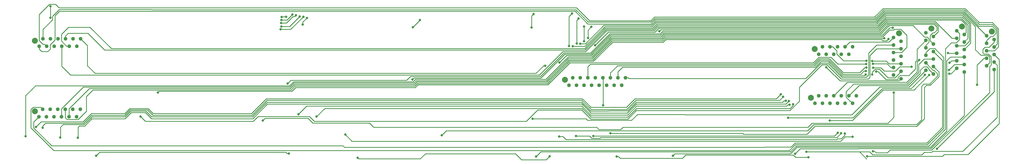
<source format=gbr>
G04 #@! TF.GenerationSoftware,KiCad,Pcbnew,5.0.2-bee76a0~70~ubuntu16.04.1*
G04 #@! TF.CreationDate,2019-11-05T16:02:31-05:00*
G04 #@! TF.ProjectId,DA_Board_1,44415f42-6f61-4726-945f-312e6b696361,rev?*
G04 #@! TF.SameCoordinates,Original*
G04 #@! TF.FileFunction,Copper,L2,Bot*
G04 #@! TF.FilePolarity,Positive*
%FSLAX46Y46*%
G04 Gerber Fmt 4.6, Leading zero omitted, Abs format (unit mm)*
G04 Created by KiCad (PCBNEW 5.0.2-bee76a0~70~ubuntu16.04.1) date Tue 05 Nov 2019 04:02:31 PM EST*
%MOMM*%
%LPD*%
G01*
G04 APERTURE LIST*
G04 #@! TA.AperFunction,ComponentPad*
%ADD10C,1.300000*%
G04 #@! TD*
G04 #@! TA.AperFunction,ComponentPad*
%ADD11C,2.000000*%
G04 #@! TD*
G04 #@! TA.AperFunction,ViaPad*
%ADD12C,0.800000*%
G04 #@! TD*
G04 #@! TA.AperFunction,Conductor*
%ADD13C,0.250000*%
G04 #@! TD*
G04 #@! TA.AperFunction,Conductor*
%ADD14C,0.254000*%
G04 #@! TD*
G04 APERTURE END LIST*
D10*
G04 #@! TO.P,J9,5*
G04 #@! TO.N,/C3_T3*
X339255100Y-143814800D03*
G04 #@! TO.P,J9,3*
G04 #@! TO.N,/Q1*
X339255100Y-141274800D03*
G04 #@! TO.P,J9,1*
G04 #@! TO.N,/C1*
X339255100Y-138734800D03*
G04 #@! TO.P,J9,7*
G04 #@! TO.N,/C3_T1*
X339255100Y-146354800D03*
G04 #@! TO.P,J9,2*
G04 #@! TO.N,/PWR1*
X341795100Y-140004800D03*
G04 #@! TO.P,J9,4*
G04 #@! TO.N,/PWR2*
X341795100Y-142544800D03*
G04 #@! TO.P,J9,6*
G04 #@! TO.N,/C3_T2*
X341795100Y-145084800D03*
G04 #@! TO.P,J9,8*
G04 #@! TO.N,/C3*
X341795100Y-147624800D03*
G04 #@! TO.P,J9,9*
G04 #@! TO.N,/PWR3*
X339255100Y-148894800D03*
G04 #@! TO.P,J9,10*
G04 #@! TO.N,/Q3*
X341795100Y-150164800D03*
G04 #@! TO.P,J9,11*
G04 #@! TO.N,/PWR4*
X339255100Y-151434800D03*
G04 #@! TO.P,J9,12*
G04 #@! TO.N,/C5*
X341795100Y-152704800D03*
D11*
G04 #@! TO.P,J9,13*
G04 #@! TO.N,N/C*
X341055100Y-137334800D03*
G04 #@! TD*
D10*
G04 #@! TO.P,J3,5*
G04 #@! TO.N,/C13*
X317830200Y-161010600D03*
G04 #@! TO.P,J3,3*
G04 #@! TO.N,/C13_T2*
X315290200Y-161010600D03*
G04 #@! TO.P,J3,1*
G04 #@! TO.N,/C15*
X312750200Y-161010600D03*
G04 #@! TO.P,J3,7*
G04 #@! TO.N,/C9_T3*
X320370200Y-161010600D03*
G04 #@! TO.P,J3,2*
G04 #@! TO.N,/C13_T3*
X314020200Y-158470600D03*
G04 #@! TO.P,J3,4*
G04 #@! TO.N,/C13_T1*
X316560200Y-158470600D03*
G04 #@! TO.P,J3,6*
G04 #@! TO.N,/C11*
X319100200Y-158470600D03*
G04 #@! TO.P,J3,8*
G04 #@! TO.N,/C9_T2*
X321640200Y-158470600D03*
G04 #@! TO.P,J3,9*
G04 #@! TO.N,/C9_T1*
X322910200Y-161010600D03*
G04 #@! TO.P,J3,10*
G04 #@! TO.N,/C9*
X324180200Y-158470600D03*
G04 #@! TO.P,J3,11*
G04 #@! TO.N,/C7*
X325450200Y-161010600D03*
G04 #@! TO.P,J3,12*
G04 #@! TO.N,/C5_T3*
X326720200Y-158470600D03*
D11*
G04 #@! TO.P,J3,13*
G04 #@! TO.N,N/C*
X311350200Y-159210600D03*
G04 #@! TD*
D10*
G04 #@! TO.P,J5,5*
G04 #@! TO.N,/Q12*
X234873800Y-154914600D03*
G04 #@! TO.P,J5,3*
G04 #@! TO.N,/Q14*
X232333800Y-154914600D03*
G04 #@! TO.P,J5,1*
G04 #@! TO.N,/Q16*
X229793800Y-154914600D03*
G04 #@! TO.P,J5,7*
G04 #@! TO.N,/Q10*
X237413800Y-154914600D03*
G04 #@! TO.P,J5,2*
G04 #@! TO.N,/Q15*
X231063800Y-152374600D03*
G04 #@! TO.P,J5,4*
G04 #@! TO.N,/Q13*
X233603800Y-152374600D03*
G04 #@! TO.P,J5,6*
G04 #@! TO.N,/Q11*
X236143800Y-152374600D03*
G04 #@! TO.P,J5,8*
G04 #@! TO.N,/Q9*
X238683800Y-152374600D03*
G04 #@! TO.P,J5,9*
G04 #@! TO.N,/Q8*
X239953800Y-154914600D03*
G04 #@! TO.P,J5,10*
G04 #@! TO.N,/Q7*
X241223800Y-152374600D03*
G04 #@! TO.P,J5,11*
G04 #@! TO.N,/Q6*
X242493800Y-154914600D03*
G04 #@! TO.P,J5,12*
G04 #@! TO.N,/Q5*
X243763800Y-152374600D03*
G04 #@! TO.P,J5,13*
G04 #@! TO.N,/Q4*
X245033800Y-154914600D03*
G04 #@! TO.P,J5,14*
G04 #@! TO.N,/Q3*
X246303800Y-152374600D03*
G04 #@! TO.P,J5,15*
G04 #@! TO.N,/Q2*
X247573800Y-154914600D03*
G04 #@! TO.P,J5,16*
G04 #@! TO.N,/Q1*
X248843800Y-152374600D03*
D11*
G04 #@! TO.P,J5,17*
G04 #@! TO.N,N/C*
X228393800Y-153114600D03*
G04 #@! TD*
D10*
G04 #@! TO.P,J4,5*
G04 #@! TO.N,/V+1*
X56083200Y-141706600D03*
G04 #@! TO.P,J4,3*
G04 #@! TO.N,/C15_T1*
X53543200Y-141706600D03*
G04 #@! TO.P,J4,1*
G04 #@! TO.N,/C15_T3*
X51003200Y-141706600D03*
G04 #@! TO.P,J4,7*
G04 #@! TO.N,/C11_T3*
X58623200Y-141706600D03*
G04 #@! TO.P,J4,2*
G04 #@! TO.N,/C15_T2*
X52273200Y-139166600D03*
G04 #@! TO.P,J4,4*
G04 #@! TO.N,/C16*
X54813200Y-139166600D03*
G04 #@! TO.P,J4,6*
G04 #@! TO.N,/C14*
X57353200Y-139166600D03*
G04 #@! TO.P,J4,8*
G04 #@! TO.N,/C11_T2*
X59893200Y-139166600D03*
G04 #@! TO.P,J4,9*
G04 #@! TO.N,/C11_T1*
X61163200Y-141706600D03*
G04 #@! TO.P,J4,10*
G04 #@! TO.N,/C12*
X62433200Y-139166600D03*
G04 #@! TO.P,J4,11*
G04 #@! TO.N,/C10*
X63703200Y-141706600D03*
G04 #@! TO.P,J4,12*
G04 #@! TO.N,/C7_T3*
X64973200Y-139166600D03*
D11*
G04 #@! TO.P,J4,13*
G04 #@! TO.N,N/C*
X49603200Y-139906600D03*
G04 #@! TD*
D10*
G04 #@! TO.P,J1,5*
G04 #@! TO.N,/C1_T3*
X319100200Y-144475200D03*
G04 #@! TO.P,J1,3*
G04 #@! TO.N,/C5*
X316560200Y-144475200D03*
G04 #@! TO.P,J1,1*
G04 #@! TO.N,/C5_T2*
X314020200Y-144475200D03*
G04 #@! TO.P,J1,7*
G04 #@! TO.N,/C1_T1*
X321640200Y-144475200D03*
G04 #@! TO.P,J1,2*
G04 #@! TO.N,/C5_T1*
X315290200Y-141935200D03*
G04 #@! TO.P,J1,4*
G04 #@! TO.N,/C3*
X317830200Y-141935200D03*
G04 #@! TO.P,J1,6*
G04 #@! TO.N,/C1_T2*
X320370200Y-141935200D03*
G04 #@! TO.P,J1,8*
G04 #@! TO.N,/C1*
X322910200Y-141935200D03*
G04 #@! TO.P,J1,9*
G04 #@! TO.N,/C0*
X324180200Y-144475200D03*
G04 #@! TO.P,J1,10*
G04 #@! TO.N,/V-2*
X325450200Y-141935200D03*
D11*
G04 #@! TO.P,J1,11*
G04 #@! TO.N,N/C*
X312620200Y-142675200D03*
G04 #@! TD*
D10*
G04 #@! TO.P,J2,5*
G04 #@! TO.N,/V+2*
X56057800Y-165582600D03*
G04 #@! TO.P,J2,3*
G04 #@! TO.N,/C8*
X53517800Y-165582600D03*
G04 #@! TO.P,J2,1*
G04 #@! TO.N,/C7_T2*
X50977800Y-165582600D03*
G04 #@! TO.P,J2,7*
G04 #@! TO.N,/C3_T3*
X58597800Y-165582600D03*
G04 #@! TO.P,J2,2*
G04 #@! TO.N,/C7_T1*
X52247800Y-163042600D03*
G04 #@! TO.P,J2,4*
G04 #@! TO.N,/V-1*
X54787800Y-163042600D03*
G04 #@! TO.P,J2,6*
G04 #@! TO.N,/C6*
X57327800Y-163042600D03*
G04 #@! TO.P,J2,8*
G04 #@! TO.N,/C3_T2*
X59867800Y-163042600D03*
G04 #@! TO.P,J2,9*
G04 #@! TO.N,/C3_T1*
X61137800Y-165582600D03*
G04 #@! TO.P,J2,10*
G04 #@! TO.N,/C4*
X62407800Y-163042600D03*
G04 #@! TO.P,J2,11*
G04 #@! TO.N,/C2*
X63677800Y-165582600D03*
G04 #@! TO.P,J2,12*
G04 #@! TO.N,/GND1*
X64947800Y-163042600D03*
D11*
G04 #@! TO.P,J2,13*
G04 #@! TO.N,N/C*
X49577800Y-163782600D03*
G04 #@! TD*
D10*
G04 #@! TO.P,J6,5*
G04 #@! TO.N,/C15_T1*
X370624100Y-143256000D03*
G04 #@! TO.P,J6,3*
G04 #@! TO.N,/C15_T3*
X370624100Y-140716000D03*
G04 #@! TO.P,J6,1*
G04 #@! TO.N,/Q13*
X370624100Y-138176000D03*
G04 #@! TO.P,J6,7*
G04 #@! TO.N,/PWR16*
X370624100Y-145796000D03*
G04 #@! TO.P,J6,2*
G04 #@! TO.N,/PWR14*
X373164100Y-139446000D03*
G04 #@! TO.P,J6,4*
G04 #@! TO.N,/C15_T2*
X373164100Y-141986000D03*
G04 #@! TO.P,J6,6*
G04 #@! TO.N,/GND1*
X373164100Y-144526000D03*
G04 #@! TO.P,J6,8*
G04 #@! TO.N,/C15*
X373164100Y-147066000D03*
G04 #@! TO.P,J6,9*
G04 #@! TO.N,/Q15*
X370624100Y-148336000D03*
G04 #@! TO.P,J6,10*
G04 #@! TO.N,/PWR15*
X373164100Y-149606000D03*
D11*
G04 #@! TO.P,J6,11*
G04 #@! TO.N,N/C*
X372424100Y-136776000D03*
G04 #@! TD*
G04 #@! TO.P,J7,13*
G04 #@! TO.N,N/C*
X351989800Y-135760000D03*
D10*
G04 #@! TO.P,J7,12*
G04 #@! TO.N,/C9*
X352729800Y-151130000D03*
G04 #@! TO.P,J7,11*
G04 #@! TO.N,/PWR8*
X350189800Y-149860000D03*
G04 #@! TO.P,J7,10*
G04 #@! TO.N,/Q7*
X352729800Y-148590000D03*
G04 #@! TO.P,J7,9*
G04 #@! TO.N,/PWR7*
X350189800Y-147320000D03*
G04 #@! TO.P,J7,8*
G04 #@! TO.N,/C7*
X352729800Y-146050000D03*
G04 #@! TO.P,J7,6*
G04 #@! TO.N,/C7_T2*
X352729800Y-143510000D03*
G04 #@! TO.P,J7,4*
G04 #@! TO.N,/PWR6*
X352729800Y-140970000D03*
G04 #@! TO.P,J7,2*
G04 #@! TO.N,/PWR5*
X352729800Y-138430000D03*
G04 #@! TO.P,J7,7*
G04 #@! TO.N,/C7_T1*
X350189800Y-144780000D03*
G04 #@! TO.P,J7,1*
G04 #@! TO.N,Net-(J7-Pad1)*
X350189800Y-137160000D03*
G04 #@! TO.P,J7,3*
G04 #@! TO.N,/Q5*
X350189800Y-139700000D03*
G04 #@! TO.P,J7,5*
G04 #@! TO.N,/C7_T3*
X350189800Y-142240000D03*
G04 #@! TD*
G04 #@! TO.P,J8,5*
G04 #@! TO.N,/C11_T2*
X360553000Y-141528800D03*
G04 #@! TO.P,J8,3*
G04 #@! TO.N,/PWR10*
X360553000Y-138988800D03*
G04 #@! TO.P,J8,1*
G04 #@! TO.N,/PWR9*
X360553000Y-136448800D03*
G04 #@! TO.P,J8,7*
G04 #@! TO.N,/C11*
X360553000Y-144068800D03*
G04 #@! TO.P,J8,2*
G04 #@! TO.N,/Q9*
X363093000Y-137718800D03*
G04 #@! TO.P,J8,4*
G04 #@! TO.N,/C11_T3*
X363093000Y-140258800D03*
G04 #@! TO.P,J8,6*
G04 #@! TO.N,/C11_T1*
X363093000Y-142798800D03*
G04 #@! TO.P,J8,8*
G04 #@! TO.N,/PWR11*
X363093000Y-145338800D03*
G04 #@! TO.P,J8,9*
G04 #@! TO.N,/Q11*
X360553000Y-146608800D03*
G04 #@! TO.P,J8,10*
G04 #@! TO.N,/PWR12*
X363093000Y-147878800D03*
G04 #@! TO.P,J8,11*
G04 #@! TO.N,/C13*
X360553000Y-149148800D03*
G04 #@! TO.P,J8,12*
G04 #@! TO.N,/PWR13*
X363093000Y-150418800D03*
D11*
G04 #@! TO.P,J8,13*
G04 #@! TO.N,N/C*
X362353000Y-135048800D03*
G04 #@! TD*
D12*
G04 #@! TO.N,/C5_T3*
X325398053Y-172353047D03*
X154292300Y-171653200D03*
G04 #@! TO.N,/C9_T1*
X322783200Y-171323000D03*
X226428300Y-172300900D03*
G04 #@! TO.N,/C9_T2*
X232092500Y-172097700D03*
X321576700Y-171196000D03*
G04 #@! TO.N,/C9_T3*
X320395600Y-171069000D03*
X237959900Y-172148500D03*
G04 #@! TO.N,/C1_T2*
X302869600Y-160185100D03*
X58178700Y-172605700D03*
G04 #@! TO.N,/C5_T1*
X304177700Y-161505900D03*
X138455400Y-164769800D03*
G04 #@! TO.N,/C1_T1*
X302006000Y-158877000D03*
X52209700Y-169316400D03*
G04 #@! TO.N,/C5_T2*
X144614900Y-165557200D03*
X305396900Y-161353500D03*
G04 #@! TO.N,/C1_T3*
X303961800Y-160248600D03*
X64033400Y-172707300D03*
G04 #@! TO.N,/C7_T3*
X226529900Y-147269200D03*
X221742000Y-148310600D03*
G04 #@! TO.N,/C3_T1*
X336118200Y-139039600D03*
G04 #@! TO.N,/C3_T2*
X337502500Y-139255500D03*
G04 #@! TO.N,/C0*
X301231300Y-158026100D03*
X49885600Y-169049700D03*
G04 #@! TO.N,/C3*
X332033748Y-146691231D03*
X330060300Y-146659600D03*
G04 #@! TO.N,/C5*
X316572900Y-148869400D03*
G04 #@! TO.N,/C10*
X138912600Y-131622800D03*
X132702300Y-135013700D03*
G04 #@! TO.N,/C11*
X357568500Y-144043400D03*
X347904901Y-146354800D03*
G04 #@! TO.N,/C12*
X137617200Y-131270048D03*
X132638800Y-133845300D03*
G04 #@! TO.N,/C13*
X358038400Y-151053800D03*
X351218500Y-151434800D03*
X317690500Y-166839900D03*
G04 #@! TO.N,/C14*
X136440753Y-130945047D03*
X132740400Y-132829300D03*
G04 #@! TO.N,/C15*
X309880000Y-177482500D03*
G04 #@! TO.N,/C16*
X54813200Y-132054600D03*
X54825900Y-128219200D03*
G04 #@! TO.N,/V+1*
X132791200Y-131826000D03*
X134378700Y-131775200D03*
G04 #@! TO.N,/V-2*
X217106500Y-135407400D03*
X217805000Y-130797300D03*
G04 #@! TO.N,/Q12*
X234873800Y-140055600D03*
X234861100Y-135013700D03*
G04 #@! TO.N,/Q14*
X232346500Y-140817600D03*
X232956100Y-132359400D03*
G04 #@! TO.N,/Q16*
X229793800Y-141668500D03*
X230809800Y-130683000D03*
G04 #@! TO.N,/Q10*
X236232700Y-138925300D03*
X237318601Y-135088800D03*
G04 #@! TO.N,/Q15*
X231063800Y-141744700D03*
G04 #@! TO.N,/Q13*
X233603800Y-140893800D03*
G04 #@! TO.N,/Q11*
X358114600Y-147332700D03*
X345363800Y-148717000D03*
X330060300Y-148894800D03*
X332333600Y-148996400D03*
G04 #@! TO.N,/Q9*
X238544100Y-141389100D03*
G04 #@! TO.N,/Q7*
X243713000Y-171183300D03*
X241261900Y-161683700D03*
G04 #@! TO.N,/Q6*
X177076100Y-135331200D03*
X179476400Y-132866300D03*
G04 #@! TO.N,/Q5*
X329958700Y-150152100D03*
X333387700Y-150253700D03*
G04 #@! TO.N,/Q4*
X139966700Y-134353300D03*
X141371245Y-132131900D03*
G04 #@! TO.N,/Q3*
X329871497Y-151309497D03*
X332066900Y-151269700D03*
G04 #@! TO.N,/Q2*
X132448300Y-136017000D03*
X140144500Y-131723300D03*
G04 #@! TO.N,/GND1*
X330377800Y-179019200D03*
X245884700Y-179095400D03*
X310553100Y-179324000D03*
X70243700Y-178790600D03*
X135280400Y-178092100D03*
X158445200Y-179463700D03*
X223266000Y-178955700D03*
G04 #@! TO.N,/PWR1*
X46443900Y-172186600D03*
X338963000Y-135483600D03*
G04 #@! TO.N,/PWR3*
X330022200Y-147713700D03*
X332270100Y-147662900D03*
X91033600Y-157391100D03*
G04 #@! TO.N,/PWR5*
X134811600Y-154368500D03*
G04 #@! TO.N,/PWR7*
X186817000Y-171907200D03*
G04 #@! TO.N,/PWR9*
X218655900Y-179108100D03*
G04 #@! TO.N,/PWR11*
X264820400Y-178816000D03*
G04 #@! TO.N,/PWR13*
X306070000Y-178130200D03*
G04 #@! TO.N,/PWR15*
X353860100Y-176441100D03*
G04 #@! TO.N,/PWR14*
X332270100Y-177317400D03*
G04 #@! TO.N,/PWR16*
X367411000Y-154774900D03*
G04 #@! TO.N,/PWR8*
X217462100Y-166319200D03*
G04 #@! TO.N,/PWR10*
X260235700Y-136652000D03*
G04 #@! TO.N,/PWR12*
X303631600Y-165963600D03*
X357937900Y-149758400D03*
X349821500Y-151396700D03*
G04 #@! TO.N,/PWR6*
X176938097Y-152973197D03*
G04 #@! TO.N,/PWR4*
X126492000Y-166852600D03*
X339305900Y-157391100D03*
G04 #@! TO.N,/PWR2*
X85217000Y-165519100D03*
G04 #@! TD*
D13*
G04 #@! TO.N,/C5_T3*
X322955248Y-172353047D02*
X321407195Y-173901100D01*
X325398053Y-172353047D02*
X322955248Y-172353047D01*
X156540200Y-173901100D02*
X154292300Y-171653200D01*
X321407195Y-173901100D02*
X156540200Y-173901100D01*
G04 #@! TO.N,/C9_T1*
X322783200Y-171888685D02*
X322783200Y-171323000D01*
X321590775Y-173081110D02*
X322783200Y-171888685D01*
X320328000Y-173081110D02*
X321590775Y-173081110D01*
X226428300Y-172300900D02*
X227717089Y-172300900D01*
X227717089Y-172300900D02*
X228739700Y-173323511D01*
X228739700Y-173323511D02*
X320085599Y-173323511D01*
X320085599Y-173323511D02*
X320328000Y-173081110D01*
G04 #@! TO.N,/C9_T2*
X232092500Y-172097700D02*
X236664500Y-172097700D01*
X237440301Y-172873501D02*
X240193999Y-172873501D01*
X236664500Y-172097700D02*
X237440301Y-172873501D01*
X240193999Y-172873501D02*
X240436400Y-172631100D01*
X320141600Y-172631100D02*
X321576700Y-171196000D01*
X240436400Y-172631100D02*
X320141600Y-172631100D01*
G04 #@! TO.N,/C9_T3*
X319316100Y-172148500D02*
X237959900Y-172148500D01*
X320395600Y-171069000D02*
X319316100Y-172148500D01*
G04 #@! TO.N,/C1_T2*
X302303915Y-160185100D02*
X302869600Y-160185100D01*
X301821315Y-160667700D02*
X302303915Y-160185100D01*
X252463300Y-160667700D02*
X301821315Y-160667700D01*
X127927100Y-160667700D02*
X234113210Y-160667700D01*
X122961400Y-165633400D02*
X127927100Y-160667700D01*
X80000120Y-165633400D02*
X81957600Y-163675920D01*
X66205100Y-168275000D02*
X67005200Y-167474900D01*
X59080400Y-168275000D02*
X66205100Y-168275000D01*
X87018720Y-163675920D02*
X88976200Y-165633400D01*
X88976200Y-165633400D02*
X122961400Y-165633400D01*
X67005200Y-167474900D02*
X67016490Y-167474900D01*
X67016490Y-167474900D02*
X68857990Y-165633400D01*
X68857990Y-165633400D02*
X80000120Y-165633400D01*
X58191400Y-169164000D02*
X59080400Y-168275000D01*
X81957600Y-163675920D02*
X87018720Y-163675920D01*
X243141500Y-163601400D02*
X249529600Y-163601400D01*
X243117510Y-163625390D02*
X243141500Y-163601400D01*
X237070900Y-163625390D02*
X243117510Y-163625390D01*
X234113210Y-160667700D02*
X237070900Y-163625390D01*
X249529600Y-163601400D02*
X252463300Y-160667700D01*
X58191400Y-172593000D02*
X58178700Y-172605700D01*
X58191400Y-169164000D02*
X58191400Y-172593000D01*
G04 #@! TO.N,/C5_T1*
X303142115Y-161975800D02*
X303612015Y-161505900D01*
X252564900Y-161975800D02*
X303142115Y-161975800D01*
X237070900Y-164984290D02*
X249556410Y-164984290D01*
X303612015Y-161505900D02*
X304177700Y-161505900D01*
X249556410Y-164984290D02*
X252564900Y-161975800D01*
X234062410Y-161975800D02*
X237070900Y-164984290D01*
X141249400Y-161975800D02*
X234062410Y-161975800D01*
X138455400Y-164769800D02*
X141249400Y-161975800D01*
G04 #@! TO.N,/C1_T1*
X127876300Y-159994600D02*
X234099100Y-159994600D01*
X53180715Y-167779700D02*
X66052700Y-167779700D01*
X52209700Y-168750715D02*
X53180715Y-167779700D01*
X52209700Y-169316400D02*
X52209700Y-168750715D01*
X68757800Y-165074600D02*
X79922510Y-165074600D01*
X79922510Y-165074600D02*
X81771200Y-163225910D01*
X81771200Y-163225910D02*
X87495810Y-163225910D01*
X87495810Y-163225910D02*
X89344500Y-165074600D01*
X89344500Y-165074600D02*
X122796300Y-165074600D01*
X66052700Y-167779700D02*
X68757800Y-165074600D01*
X122796300Y-165074600D02*
X127876300Y-159994600D01*
X236778800Y-162674300D02*
X237020100Y-162915600D01*
X234099100Y-159994600D02*
X236778800Y-162674300D01*
X300888400Y-159994600D02*
X302006000Y-158877000D01*
X252387100Y-159994600D02*
X300888400Y-159994600D01*
X236778800Y-162674300D02*
X237223300Y-163118800D01*
X249237500Y-163144200D02*
X252387100Y-159994600D01*
X241896900Y-163144200D02*
X249237500Y-163144200D01*
X237223300Y-163118800D02*
X241871500Y-163118800D01*
X241871500Y-163118800D02*
X241896900Y-163144200D01*
G04 #@! TO.N,/C5_T2*
X305396900Y-161759900D02*
X305396900Y-161353500D01*
X304330100Y-162826700D02*
X305396900Y-161759900D01*
X252526800Y-162826700D02*
X304330100Y-162826700D01*
X237172500Y-165722300D02*
X249631200Y-165722300D01*
X147345400Y-162826700D02*
X234276900Y-162826700D01*
X249631200Y-165722300D02*
X252526800Y-162826700D01*
X234276900Y-162826700D02*
X237172500Y-165722300D01*
X144614900Y-165557200D02*
X147345400Y-162826700D01*
G04 #@! TO.N,/C1_T3*
X249428000Y-164350700D02*
X252450600Y-161328100D01*
X234137200Y-161328100D02*
X237159800Y-164350700D01*
X64173100Y-169125900D02*
X64573099Y-168725901D01*
X302882300Y-161328100D02*
X303961800Y-160248600D01*
X252450600Y-161328100D02*
X302882300Y-161328100D01*
X237159800Y-164350700D02*
X249428000Y-164350700D01*
X82097030Y-164172900D02*
X86879290Y-164172900D01*
X64573099Y-168725901D02*
X66401899Y-168725901D01*
X68845599Y-166282201D02*
X79987729Y-166282201D01*
X66401899Y-168725901D02*
X68845599Y-166282201D01*
X79987729Y-166282201D02*
X82097030Y-164172900D01*
X88988591Y-166282201D02*
X123049199Y-166282201D01*
X123049199Y-166282201D02*
X128003300Y-161328100D01*
X86879290Y-164172900D02*
X88988591Y-166282201D01*
X128003300Y-161328100D02*
X234137200Y-161328100D01*
X64173100Y-172567600D02*
X64033400Y-172707300D01*
X64173100Y-169125900D02*
X64173100Y-172567600D01*
G04 #@! TO.N,/C15_T2*
X374199110Y-135953598D02*
X372636912Y-134391400D01*
X373164100Y-141986000D02*
X374180100Y-140970000D01*
X374180100Y-140970000D02*
X374199111Y-140950989D01*
X374199111Y-140950989D02*
X374199110Y-135953598D01*
X372636912Y-134391400D02*
X368147600Y-134391400D01*
X368147600Y-134391400D02*
X363181900Y-129425700D01*
X363181900Y-129425700D02*
X336702400Y-129425700D01*
X335900890Y-129425700D02*
X333005290Y-132321300D01*
X336702400Y-129425700D02*
X335900890Y-129425700D01*
X333005290Y-132321300D02*
X258745570Y-132321300D01*
X258745570Y-132321300D02*
X257539070Y-133527800D01*
X257539070Y-133527800D02*
X244932200Y-133527800D01*
X244932200Y-133527800D02*
X244767100Y-133527800D01*
X55538201Y-132764699D02*
X52273200Y-136029700D01*
X55538201Y-131585088D02*
X55538201Y-132764699D01*
X57799189Y-129324100D02*
X55538201Y-131585088D01*
X232067100Y-129349500D02*
X88988900Y-129349500D01*
X88988900Y-129349500D02*
X88963500Y-129324100D01*
X236245400Y-133527800D02*
X232067100Y-129349500D01*
X244932200Y-133527800D02*
X236245400Y-133527800D01*
X88963500Y-129324100D02*
X57799189Y-129324100D01*
X52273200Y-136029700D02*
X52273200Y-139166600D01*
G04 #@! TO.N,/C11_T3*
X364324900Y-134423288D02*
X362286412Y-132384800D01*
X364324900Y-139026900D02*
X364324900Y-134423288D01*
X363093000Y-140258800D02*
X364324900Y-139026900D01*
X336816700Y-132384800D02*
X334022700Y-135178800D01*
X334022700Y-135178800D02*
X259842000Y-135178800D01*
X362286412Y-132384800D02*
X336816700Y-132384800D01*
X259842000Y-135178800D02*
X258495800Y-136525000D01*
X243179600Y-136525000D02*
X242341400Y-136525000D01*
X258495800Y-136525000D02*
X243179600Y-136525000D01*
X242341400Y-136525000D02*
X235369100Y-143497300D01*
X235369100Y-143497300D02*
X227914200Y-143497300D01*
X227914200Y-143497300D02*
X227901500Y-143497300D01*
X227914200Y-143497300D02*
X227749100Y-143497300D01*
X227749100Y-143497300D02*
X219773500Y-151472900D01*
X219773500Y-151472900D02*
X61620400Y-151472900D01*
X58623200Y-148475700D02*
X58623200Y-141706600D01*
X61620400Y-151472900D02*
X58623200Y-148475700D01*
G04 #@! TO.N,/C15_T3*
X51003200Y-142625838D02*
X51003200Y-141706600D01*
X51900062Y-143522700D02*
X51003200Y-142625838D01*
X53924200Y-143522700D02*
X51900062Y-143522700D01*
X54724300Y-142722600D02*
X53924200Y-143522700D01*
X370624100Y-139796762D02*
X371960664Y-138460198D01*
X54724300Y-141236700D02*
X54724300Y-142722600D01*
X372706900Y-138460198D02*
X373735600Y-137431498D01*
X372546602Y-134937500D02*
X368021160Y-134937500D01*
X368021160Y-134937500D02*
X363011850Y-129928190D01*
X333184500Y-132778500D02*
X258924780Y-132778500D01*
X373735600Y-137425502D02*
X373749101Y-137412001D01*
X230536898Y-129882900D02*
X230524198Y-129870200D01*
X373749101Y-136139999D02*
X372546602Y-134937500D01*
X363011850Y-129928190D02*
X336034810Y-129928190D01*
X370624100Y-140716000D02*
X370624100Y-139796762D01*
X371960664Y-138460198D02*
X372706900Y-138460198D01*
X336034810Y-129928190D02*
X333184500Y-132778500D01*
X373735600Y-137431498D02*
X373735600Y-137425502D01*
X258924780Y-132778500D02*
X257540480Y-134162800D01*
X231851200Y-129882900D02*
X230536898Y-129882900D01*
X230524198Y-129870200D02*
X57889499Y-129870200D01*
X236131100Y-134162800D02*
X231851200Y-129882900D01*
X56378199Y-131381500D02*
X56378199Y-139582801D01*
X57889499Y-129870200D02*
X56378199Y-131381500D01*
X373749101Y-137412001D02*
X373749101Y-136139999D01*
X257540480Y-134162800D02*
X236131100Y-134162800D01*
X56378199Y-139582801D02*
X54724300Y-141236700D01*
G04 #@! TO.N,/C15_T1*
X52893201Y-141056601D02*
X52258201Y-141056601D01*
X53543200Y-141706600D02*
X52893201Y-141056601D01*
X50990500Y-139788900D02*
X50990500Y-138506200D01*
X52258201Y-141056601D02*
X50990500Y-139788900D01*
X50990500Y-138506200D02*
X50990500Y-138582400D01*
X374649119Y-141943983D02*
X373337102Y-143256000D01*
X372587522Y-133705600D02*
X374649119Y-135767197D01*
X368147600Y-133705600D02*
X372587522Y-133705600D01*
X363702600Y-129260600D02*
X368147600Y-133705600D01*
X363653210Y-129260600D02*
X363702600Y-129260600D01*
X374649119Y-135767197D02*
X374649119Y-141943983D01*
X363348410Y-128955800D02*
X363653210Y-129260600D01*
X335734380Y-128955800D02*
X363348410Y-128955800D01*
X50990500Y-138506200D02*
X50990500Y-130981598D01*
X232321100Y-128663700D02*
X236715300Y-133057900D01*
X50990500Y-130981598D02*
X54477899Y-127494199D01*
X236715300Y-133057900D02*
X257372560Y-133057900D01*
X54477899Y-127494199D02*
X56513899Y-127494199D01*
X257372560Y-133057900D02*
X258579060Y-131851400D01*
X56513899Y-127494199D02*
X57683400Y-128663700D01*
X258579060Y-131851400D02*
X332838780Y-131851400D01*
X373337102Y-143256000D02*
X370624100Y-143256000D01*
X332838780Y-131851400D02*
X335734380Y-128955800D01*
X57683400Y-128663700D02*
X232321100Y-128663700D01*
G04 #@! TO.N,/C11_T2*
X360362500Y-141782800D02*
X360565700Y-141579600D01*
X59893200Y-138247362D02*
X59893200Y-139166600D01*
X73113900Y-143014700D02*
X67470262Y-137371062D01*
X235215290Y-143014700D02*
X73113900Y-143014700D01*
X60769500Y-137371062D02*
X59893200Y-138247362D01*
X364774909Y-134236887D02*
X362427522Y-131889500D01*
X67470262Y-137371062D02*
X60769500Y-137371062D01*
X364774910Y-140019892D02*
X364774909Y-134236887D01*
X363266002Y-141528800D02*
X364774910Y-140019892D01*
X336675590Y-131889500D02*
X333868890Y-134696200D01*
X360553000Y-141528800D02*
X363266002Y-141528800D01*
X333868890Y-134696200D02*
X259651500Y-134696200D01*
X362427522Y-131889500D02*
X336675590Y-131889500D01*
X259651500Y-134696200D02*
X258279900Y-136067800D01*
X242162190Y-136067800D02*
X235215290Y-143014700D01*
X258279900Y-136067800D02*
X242162190Y-136067800D01*
G04 #@! TO.N,/C11_T1*
X60243962Y-141706600D02*
X61163200Y-141706600D01*
X68148200Y-135280400D02*
X60934600Y-135280400D01*
X60934600Y-135280400D02*
X58534300Y-137680700D01*
X365224918Y-134050486D02*
X362479732Y-131305300D01*
X58534300Y-139996938D02*
X60243962Y-141706600D01*
X75387200Y-142519400D02*
X68148200Y-135280400D01*
X235074180Y-142519400D02*
X75387200Y-142519400D01*
X365224919Y-140666881D02*
X365224918Y-134050486D01*
X58534300Y-137680700D02*
X58534300Y-139996938D01*
X362479732Y-131305300D02*
X336588100Y-131305300D01*
X259448300Y-134213600D02*
X258051300Y-135610600D01*
X363093000Y-142798800D02*
X365224919Y-140666881D01*
X336588100Y-131305300D02*
X333679800Y-134213600D01*
X241982980Y-135610600D02*
X235074180Y-142519400D01*
X333679800Y-134213600D02*
X259448300Y-134213600D01*
X258051300Y-135610600D02*
X241982980Y-135610600D01*
G04 #@! TO.N,/C7_T3*
X297332400Y-137579100D02*
X297078400Y-137579100D01*
X334987900Y-137579100D02*
X297078400Y-137579100D01*
X337820000Y-134747000D02*
X334987900Y-137579100D01*
X350553302Y-138620500D02*
X349681800Y-138620500D01*
X351167700Y-139234898D02*
X350553302Y-138620500D01*
X345808300Y-134747000D02*
X337820000Y-134747000D01*
X349681800Y-138620500D02*
X345808300Y-134747000D01*
X351167700Y-140342862D02*
X351167700Y-139234898D01*
X350189800Y-141320762D02*
X351167700Y-140342862D01*
X350189800Y-142240000D02*
X350189800Y-141320762D01*
X261766760Y-137579100D02*
X260928560Y-138417300D01*
X297078400Y-137579100D02*
X261766760Y-137579100D01*
X243862580Y-138417300D02*
X237372880Y-144907000D01*
X244017800Y-138417300D02*
X243862580Y-138417300D01*
X260928560Y-138417300D02*
X244017800Y-138417300D01*
X237372880Y-144907000D02*
X228943474Y-144907000D01*
X228892100Y-144907000D02*
X226529900Y-147269200D01*
X228943474Y-144907000D02*
X228892100Y-144907000D01*
X221176315Y-148310600D02*
X221742000Y-148310600D01*
X218585515Y-150901400D02*
X221176315Y-148310600D01*
X69875400Y-150901400D02*
X218585515Y-150901400D01*
X67310000Y-148336000D02*
X69875400Y-150901400D01*
X67310000Y-141503400D02*
X67310000Y-148336000D01*
X64973200Y-139166600D02*
X67310000Y-141503400D01*
G04 #@! TO.N,/C3_T3*
X136993490Y-154216100D02*
X135634590Y-155575000D01*
X178243090Y-153403300D02*
X177430290Y-154216100D01*
X229601890Y-145910300D02*
X222108890Y-153403300D01*
X237642400Y-145910300D02*
X229601890Y-145910300D01*
X244157500Y-139395200D02*
X237642400Y-145910300D01*
X261223480Y-139395200D02*
X244157500Y-139395200D01*
X58597800Y-162869598D02*
X58597800Y-165582600D01*
X135634590Y-155575000D02*
X65892398Y-155575000D01*
X343700100Y-138018798D02*
X341691101Y-136009799D01*
X343700100Y-142082802D02*
X343700100Y-138018798D01*
X335597500Y-138506200D02*
X262112480Y-138506200D01*
X222108890Y-153403300D02*
X178243090Y-153403300D01*
X341968102Y-143814800D02*
X343700100Y-142082802D01*
X262112480Y-138506200D02*
X261223480Y-139395200D01*
X341691101Y-136009799D02*
X339509803Y-136009799D01*
X65892398Y-155575000D02*
X58597800Y-162869598D01*
X177430290Y-154216100D02*
X136993490Y-154216100D01*
X339509803Y-136009799D02*
X339274002Y-136245600D01*
X339255100Y-143814800D02*
X341968102Y-143814800D01*
X337858100Y-136245600D02*
X335597500Y-138506200D01*
X339274002Y-136245600D02*
X337858100Y-136245600D01*
G04 #@! TO.N,/C7_T2*
X350456500Y-174472600D02*
X355727000Y-169202100D01*
X55226098Y-175463200D02*
X153517600Y-175463200D01*
X50977800Y-165582600D02*
X49160599Y-167399801D01*
X295859200Y-175920400D02*
X295910000Y-175869600D01*
X49160599Y-169397701D02*
X55226098Y-175463200D01*
X49160599Y-167399801D02*
X49160599Y-169397701D01*
X153517600Y-175463200D02*
X153974800Y-175920400D01*
X153974800Y-175920400D02*
X295859200Y-175920400D01*
X295910000Y-175869600D02*
X304660300Y-175869600D01*
X306057300Y-174472600D02*
X350456500Y-174472600D01*
X304660300Y-175869600D02*
X306057300Y-174472600D01*
X353379799Y-144159999D02*
X353379799Y-144198099D01*
X352729800Y-143510000D02*
X353379799Y-144159999D01*
X355727000Y-146545300D02*
X355727000Y-147231100D01*
X353379799Y-144198099D02*
X355727000Y-146545300D01*
X355727000Y-169202100D02*
X355727000Y-147231100D01*
G04 #@! TO.N,/C3_T1*
X261351890Y-139903200D02*
X262266290Y-138988800D01*
X244308490Y-139903200D02*
X261351890Y-139903200D01*
X229761210Y-146387390D02*
X237824300Y-146387390D01*
X336067400Y-138988800D02*
X336118200Y-139039600D01*
X76593700Y-156032200D02*
X76606400Y-156044900D01*
X61137800Y-165582600D02*
X61137800Y-162869598D01*
X67975198Y-156032200D02*
X76593700Y-156032200D01*
X76606400Y-156044900D02*
X135801100Y-156044900D01*
X135801100Y-156044900D02*
X137147300Y-154698700D01*
X137147300Y-154698700D02*
X177584100Y-154698700D01*
X178409600Y-153873200D02*
X222275400Y-153873200D01*
X237824300Y-146387390D02*
X244308490Y-139903200D01*
X177584100Y-154698700D02*
X178409600Y-153873200D01*
X262266290Y-138988800D02*
X336067400Y-138988800D01*
X61137800Y-162869598D02*
X67975198Y-156032200D01*
X222275400Y-153873200D02*
X229761210Y-146387390D01*
G04 #@! TO.N,/C7_T1*
X51597801Y-162392601D02*
X52247800Y-163042600D01*
X55930800Y-177050700D02*
X48252799Y-169372699D01*
X48252799Y-169372699D02*
X48252799Y-163146599D01*
X48252799Y-163146599D02*
X49006797Y-162392601D01*
X350697800Y-174967900D02*
X306198410Y-174967900D01*
X306198410Y-174967900D02*
X304115610Y-177050700D01*
X49006797Y-162392601D02*
X51597801Y-162392601D01*
X356177009Y-169488691D02*
X350697800Y-174967900D01*
X304115610Y-177050700D02*
X55930800Y-177050700D01*
X356177009Y-145514207D02*
X356177009Y-146342100D01*
X353197801Y-142534999D02*
X356177009Y-145514207D01*
X350189800Y-143860762D02*
X351515563Y-142534999D01*
X350189800Y-144780000D02*
X350189800Y-143860762D01*
X351515563Y-142534999D02*
X353197801Y-142534999D01*
X356177009Y-146342100D02*
X356177009Y-169488691D01*
G04 #@! TO.N,/C3_T2*
X334797400Y-139458700D02*
X335280000Y-139458700D01*
X335648300Y-139839700D02*
X336918300Y-139839700D01*
X336918300Y-139839700D02*
X337502500Y-139255500D01*
X335267300Y-139458700D02*
X335648300Y-139839700D01*
X334797400Y-139458700D02*
X335267300Y-139458700D01*
X59867800Y-165912800D02*
X59867800Y-163042600D01*
X66941700Y-163761702D02*
X64145801Y-166557601D01*
X69164200Y-156514800D02*
X66941700Y-158737300D01*
X262432800Y-139458700D02*
X261518400Y-140373100D01*
X261518400Y-140373100D02*
X244475000Y-140373100D01*
X60512601Y-166557601D02*
X59867800Y-165912800D01*
X334797400Y-139458700D02*
X262432800Y-139458700D01*
X238010700Y-146837400D02*
X229957490Y-146837400D01*
X136004300Y-156514800D02*
X69164200Y-156514800D01*
X229957490Y-146837400D02*
X222464490Y-154330400D01*
X64145801Y-166557601D02*
X60512601Y-166557601D01*
X66941700Y-158737300D02*
X66941700Y-163761702D01*
X222464490Y-154330400D02*
X178650900Y-154330400D01*
X178650900Y-154330400D02*
X177787300Y-155194000D01*
X177787300Y-155194000D02*
X137325100Y-155194000D01*
X244475000Y-140373100D02*
X238010700Y-146837400D01*
X137325100Y-155194000D02*
X136004300Y-156514800D01*
G04 #@! TO.N,/C0*
X234265610Y-159524700D02*
X237173910Y-162433000D01*
X227558600Y-159512000D02*
X227571300Y-159524700D01*
X51663600Y-167271700D02*
X65849500Y-167271700D01*
X65849500Y-167271700D02*
X68643500Y-164477700D01*
X49885600Y-169049700D02*
X51663600Y-167271700D01*
X68643500Y-164477700D02*
X79883000Y-164477700D01*
X299712810Y-159544590D02*
X301231300Y-158026100D01*
X249148600Y-162433000D02*
X252056900Y-159524700D01*
X81584800Y-162775900D02*
X87731600Y-162775900D01*
X252056900Y-159524700D02*
X299692920Y-159524700D01*
X87731600Y-162775900D02*
X89433400Y-164477700D01*
X299692920Y-159524700D02*
X299712810Y-159544590D01*
X79883000Y-164477700D02*
X81584800Y-162775900D01*
X89433400Y-164477700D02*
X122669300Y-164477700D01*
X227571300Y-159524700D02*
X234265610Y-159524700D01*
X122669300Y-164477700D02*
X127635000Y-159512000D01*
X237173910Y-162433000D02*
X249148600Y-162433000D01*
X127635000Y-159512000D02*
X227558600Y-159512000D01*
G04 #@! TO.N,/C1*
X338605101Y-139384799D02*
X338605101Y-139397499D01*
X339255100Y-138734800D02*
X338605101Y-139384799D01*
X337693000Y-140309600D02*
X324535800Y-140309600D01*
X338605101Y-139397499D02*
X337693000Y-140309600D01*
X322910200Y-141935200D02*
X324535800Y-140309600D01*
G04 #@! TO.N,/C3*
X336768703Y-146691231D02*
X332033748Y-146691231D01*
X337702272Y-147624800D02*
X336768703Y-146691231D01*
X341795100Y-147624800D02*
X337702272Y-147624800D01*
X318749438Y-141935200D02*
X317830200Y-141935200D01*
X320075201Y-143260963D02*
X318749438Y-141935200D01*
X320075201Y-144353203D02*
X320075201Y-143260963D01*
X322381598Y-146659600D02*
X320075201Y-144353203D01*
X330060300Y-146659600D02*
X322381598Y-146659600D01*
G04 #@! TO.N,/C5*
X319049400Y-151345900D02*
X316572900Y-148869400D01*
X319379600Y-151676100D02*
X319049400Y-151345900D01*
X319379600Y-151676100D02*
X319430400Y-151676100D01*
X319430400Y-151676100D02*
X321208400Y-153454100D01*
X321208400Y-153454100D02*
X332333600Y-153454100D01*
X341045800Y-153454100D02*
X341795100Y-152704800D01*
X332333600Y-153454100D02*
X341045800Y-153454100D01*
G04 #@! TO.N,/C7*
X324800201Y-160360601D02*
X324627199Y-160360601D01*
X324627199Y-160360601D02*
X323205199Y-158938601D01*
X323205199Y-158938601D02*
X323205199Y-157146901D01*
X325450200Y-161010600D02*
X324800201Y-160360601D01*
X325628000Y-154724100D02*
X325818500Y-154533600D01*
X323205199Y-157146901D02*
X325628000Y-154724100D01*
X325818500Y-154533600D02*
X343865200Y-154533600D01*
X343865200Y-154533600D02*
X347738700Y-150660100D01*
X347738700Y-150660100D02*
X347738700Y-147929600D01*
X347738700Y-147929600D02*
X349580200Y-146088100D01*
X349580200Y-146088100D02*
X350901000Y-146088100D01*
X350939100Y-146050000D02*
X352729800Y-146050000D01*
X350901000Y-146088100D02*
X350939100Y-146050000D01*
G04 #@! TO.N,/C9*
X348234000Y-149898100D02*
X349453200Y-148678900D01*
X324180200Y-158470600D02*
X327609200Y-155041600D01*
X348234000Y-150952200D02*
X348234000Y-149898100D01*
X327609200Y-155041600D02*
X344144600Y-155041600D01*
X344144600Y-155041600D02*
X348234000Y-150952200D01*
X351942400Y-150355300D02*
X351164801Y-149577701D01*
X351164801Y-149323701D02*
X350520000Y-148678900D01*
X351955100Y-150355300D02*
X351942400Y-150355300D01*
X351164801Y-149577701D02*
X351164801Y-149323701D01*
X351955100Y-150355300D02*
X352449695Y-150849895D01*
X349453200Y-148678900D02*
X350520000Y-148678900D01*
G04 #@! TO.N,/C10*
X135521700Y-135013700D02*
X132702300Y-135013700D01*
X138912600Y-131622800D02*
X135521700Y-135013700D01*
G04 #@! TO.N,/C11*
X319100200Y-158470600D02*
X323634100Y-153936700D01*
X347192600Y-150482300D02*
X347192600Y-147066000D01*
X323634100Y-153936700D02*
X343738200Y-153936700D01*
X343738200Y-153936700D02*
X347192600Y-150482300D01*
X357593900Y-144068800D02*
X357568500Y-144043400D01*
X360553000Y-144068800D02*
X357593900Y-144068800D01*
X347192600Y-147066000D02*
X347904901Y-146354800D01*
G04 #@! TO.N,/C12*
X137217201Y-131670047D02*
X136592053Y-131670047D01*
X137617200Y-131270048D02*
X137217201Y-131670047D01*
X134416800Y-133845300D02*
X132638800Y-133845300D01*
X136592053Y-131670047D02*
X134416800Y-133845300D01*
G04 #@! TO.N,/C13*
X358648000Y-151053800D02*
X360553000Y-149148800D01*
X358038400Y-151053800D02*
X358648000Y-151053800D01*
X350486942Y-152166358D02*
X351218500Y-151434800D01*
X317690500Y-166839900D02*
X325376820Y-166839900D01*
X325376820Y-166839900D02*
X335701920Y-156514800D01*
X335701920Y-156514800D02*
X346138500Y-156514800D01*
X346138500Y-156514800D02*
X350486942Y-152166358D01*
G04 #@! TO.N,/C14*
X134556500Y-132829300D02*
X132740400Y-132829300D01*
X136440753Y-130945047D02*
X134556500Y-132829300D01*
G04 #@! TO.N,/C15*
X327768098Y-177482500D02*
X330181098Y-179895500D01*
X309880000Y-177482500D02*
X327634600Y-177482500D01*
X327634600Y-177482500D02*
X331177900Y-177482500D01*
X327634600Y-177482500D02*
X327768098Y-177482500D01*
X332182301Y-178486901D02*
X339253999Y-178486901D01*
X331177900Y-177482500D02*
X332182301Y-178486901D01*
X339253999Y-178486901D02*
X339267800Y-178473100D01*
X348805500Y-178473100D02*
X349681800Y-177596800D01*
X339267800Y-178473100D02*
X348805500Y-178473100D01*
X352069400Y-177596800D02*
X352363180Y-177303020D01*
X352363180Y-177303020D02*
X362624780Y-177303020D01*
X349681800Y-177596800D02*
X352069400Y-177596800D01*
X362624780Y-177303020D02*
X374164501Y-165763299D01*
X373814099Y-147715999D02*
X373814099Y-147718898D01*
X373814099Y-147718898D02*
X374164501Y-148069300D01*
X373164100Y-147066000D02*
X373814099Y-147715999D01*
X374164501Y-165763299D02*
X374164501Y-148069300D01*
D14*
G04 #@! TO.N,/C16*
X54813200Y-128231900D02*
X54825900Y-128219200D01*
X54813200Y-132054600D02*
X54813200Y-128231900D01*
G04 #@! TO.N,/V+1*
X133813015Y-131775200D02*
X132842000Y-131775200D01*
X132842000Y-131775200D02*
X132791200Y-131826000D01*
X134378700Y-131775200D02*
X133813015Y-131775200D01*
D13*
G04 #@! TO.N,/V-2*
X217106500Y-131495800D02*
X217805000Y-130797300D01*
X217106500Y-135407400D02*
X217106500Y-131495800D01*
G04 #@! TO.N,/Q12*
X234873800Y-135592085D02*
X234873800Y-135763000D01*
X234861100Y-135579385D02*
X234873800Y-135592085D01*
X234861100Y-135013700D02*
X234861100Y-135579385D01*
X234873800Y-135255000D02*
X234873800Y-135763000D01*
X234873800Y-135763000D02*
X234873800Y-140055600D01*
G04 #@! TO.N,/Q14*
X232346500Y-132969000D02*
X232346500Y-140817600D01*
X232956100Y-132359400D02*
X232346500Y-132969000D01*
G04 #@! TO.N,/Q16*
X229793800Y-131699000D02*
X229793800Y-141668500D01*
X230809800Y-130683000D02*
X229793800Y-131699000D01*
G04 #@! TO.N,/Q10*
X236232700Y-136334500D02*
X236232700Y-138925300D01*
X237318601Y-135248599D02*
X237318601Y-135088800D01*
X237318601Y-135088800D02*
X236232700Y-136334500D01*
G04 #@! TO.N,/Q15*
X259257800Y-133718300D02*
X257848100Y-135128000D01*
X371092101Y-144820999D02*
X368772799Y-144820999D01*
X336408890Y-130848100D02*
X333538690Y-133718300D01*
X371624501Y-145353399D02*
X371092101Y-144820999D01*
X371624501Y-147335599D02*
X371624501Y-145353399D01*
X370624100Y-148336000D02*
X371624501Y-147335599D01*
X366841644Y-142889844D02*
X366841644Y-135030804D01*
X366841644Y-135030804D02*
X362658940Y-130848100D01*
X368772799Y-144820999D02*
X366841644Y-142889844D01*
X362658940Y-130848100D02*
X336408890Y-130848100D01*
X333538690Y-133718300D02*
X259257800Y-133718300D01*
X242328700Y-135128000D02*
X241829170Y-135128000D01*
X257848100Y-135128000D02*
X242328700Y-135128000D01*
X235212470Y-141744700D02*
X231063800Y-141744700D01*
X241829170Y-135128000D02*
X235212470Y-141744700D01*
G04 #@! TO.N,/Q13*
X370624100Y-138176000D02*
X369974101Y-137526001D01*
X369973251Y-137526001D02*
X362825450Y-130378200D01*
X369974101Y-137526001D02*
X369973251Y-137526001D01*
X336242380Y-130378200D02*
X333359480Y-133261100D01*
X362825450Y-130378200D02*
X336242380Y-130378200D01*
X259078590Y-133261100D02*
X257681590Y-134658100D01*
X333359480Y-133261100D02*
X259078590Y-133261100D01*
X242354100Y-134658100D02*
X241541300Y-134658100D01*
X257681590Y-134658100D02*
X242354100Y-134658100D01*
X241541300Y-134658100D02*
X235305600Y-140893800D01*
X235305600Y-140893800D02*
X233603800Y-140893800D01*
G04 #@! TO.N,/Q11*
X358838500Y-146608800D02*
X358114600Y-147332700D01*
X360553000Y-146608800D02*
X358838500Y-146608800D01*
X344798115Y-148717000D02*
X345363800Y-148717000D01*
X341325200Y-148717000D02*
X344798115Y-148717000D01*
X332333600Y-148996400D02*
X334987900Y-148996400D01*
X334987900Y-148996400D02*
X336092800Y-150101300D01*
X336092800Y-150101300D02*
X339940900Y-150101300D01*
X339940900Y-150101300D02*
X341325200Y-148717000D01*
X236956600Y-147828000D02*
X236143800Y-148640800D01*
X317529630Y-145948400D02*
X314236100Y-145948400D01*
X236143800Y-148640800D02*
X236143800Y-152374600D01*
X330060300Y-148894800D02*
X329603100Y-148894800D01*
X312356500Y-147828000D02*
X236956600Y-147828000D01*
X322228630Y-150647400D02*
X317529630Y-145948400D01*
X329603100Y-148894800D02*
X327850500Y-150647400D01*
X314236100Y-145948400D02*
X312356500Y-147828000D01*
X327850500Y-150647400D02*
X322228630Y-150647400D01*
G04 #@! TO.N,/Q9*
X363678001Y-134412799D02*
X362132602Y-132867400D01*
X363678001Y-137133799D02*
X363678001Y-134412799D01*
X363093000Y-137718800D02*
X363678001Y-137133799D01*
X362132602Y-132867400D02*
X336994500Y-132867400D01*
X336994500Y-132867400D02*
X334213200Y-135648700D01*
X334213200Y-135648700D02*
X260083300Y-135648700D01*
X260083300Y-135648700D02*
X258749800Y-136982200D01*
X242951000Y-136982200D02*
X238544100Y-141389100D01*
X243674900Y-136982200D02*
X242951000Y-136982200D01*
X258749800Y-136982200D02*
X243674900Y-136982200D01*
G04 #@! TO.N,/Q7*
X241261900Y-152412700D02*
X241223800Y-152374600D01*
X241261900Y-161683700D02*
X241261900Y-152412700D01*
X288658300Y-171526200D02*
X310045100Y-171526200D01*
X288315400Y-171183300D02*
X288658300Y-171526200D01*
X310045100Y-171526200D02*
X312724800Y-168846500D01*
X354526010Y-152027600D02*
X354526010Y-150386210D01*
X312724800Y-168846500D02*
X347105110Y-168846500D01*
X349631000Y-166320610D02*
X349631000Y-155663900D01*
X354526010Y-150386210D02*
X353379799Y-149239999D01*
X349631000Y-155663900D02*
X350336690Y-154958210D01*
X243713000Y-171183300D02*
X288315400Y-171183300D01*
X350336690Y-154958210D02*
X351595401Y-154958209D01*
X353379799Y-149239999D02*
X352729800Y-148590000D01*
X347105110Y-168846500D02*
X349631000Y-166320610D01*
X351595401Y-154958209D02*
X354526010Y-152027600D01*
G04 #@! TO.N,/Q6*
X179476400Y-132930900D02*
X179476400Y-132866300D01*
X177076100Y-135331200D02*
X179476400Y-132930900D01*
G04 #@! TO.N,/Q5*
X344449400Y-151599900D02*
X341452200Y-151599900D01*
X346595700Y-147026490D02*
X346595700Y-149466300D01*
X345059000Y-151003000D02*
X345046300Y-151003000D01*
X347179901Y-146442289D02*
X346595700Y-147026490D01*
X347179901Y-142709899D02*
X347179901Y-146442289D01*
X350189800Y-139700000D02*
X347179901Y-142709899D01*
X345046300Y-151003000D02*
X344449400Y-151599900D01*
X346595700Y-149466300D02*
X345059000Y-151003000D01*
X333387700Y-150253700D02*
X333953385Y-150253700D01*
X340779100Y-152273000D02*
X340779100Y-152908000D01*
X341452200Y-151599900D02*
X340779100Y-152273000D01*
X340779100Y-152908000D02*
X340690200Y-152996900D01*
X336696585Y-152996900D02*
X336067400Y-152367715D01*
X340690200Y-152996900D02*
X336696585Y-152996900D01*
X333953385Y-150253700D02*
X336067400Y-152367715D01*
X243763800Y-150684090D02*
X243763800Y-152374600D01*
X322125620Y-151180800D02*
X317426620Y-146481800D01*
X328244200Y-151180800D02*
X322125620Y-151180800D01*
X329272900Y-150152100D02*
X328244200Y-151180800D01*
X329958700Y-150152100D02*
X329272900Y-150152100D01*
X312597800Y-148297900D02*
X246149990Y-148297900D01*
X317426620Y-146481800D02*
X314426600Y-146481800D01*
X246149990Y-148297900D02*
X243763800Y-150684090D01*
X314426600Y-146481800D02*
X313842400Y-147066000D01*
X313842400Y-147066000D02*
X313829700Y-147066000D01*
X313829700Y-147066000D02*
X312597800Y-148297900D01*
G04 #@! TO.N,/Q4*
X139966700Y-133536445D02*
X141371245Y-132131900D01*
X139966700Y-134353300D02*
X139966700Y-133536445D01*
G04 #@! TO.N,/Q3*
X312813700Y-148818600D02*
X314655200Y-146977100D01*
X247815100Y-148818600D02*
X312813700Y-148818600D01*
X246303800Y-150329900D02*
X247815100Y-148818600D01*
X246303800Y-152374600D02*
X246303800Y-150329900D01*
X317285510Y-146977100D02*
X321997210Y-151688800D01*
X316877700Y-146977100D02*
X317285510Y-146977100D01*
X314655200Y-146977100D02*
X316877700Y-146977100D01*
X329492194Y-151688800D02*
X329871497Y-151309497D01*
X321997210Y-151688800D02*
X329492194Y-151688800D01*
X332066900Y-150501498D02*
X332066900Y-151269700D01*
X334478799Y-149528699D02*
X333039699Y-149528699D01*
X337359901Y-152409801D02*
X334478799Y-149528699D01*
X341795100Y-150164800D02*
X341145101Y-150814799D01*
X333039699Y-149528699D02*
X332066900Y-150501498D01*
X341145101Y-150814799D02*
X341145101Y-150987801D01*
X341145101Y-150987801D02*
X339723101Y-152409801D01*
X339723101Y-152409801D02*
X337359901Y-152409801D01*
G04 #@! TO.N,/Q2*
X135850800Y-136017000D02*
X140144500Y-131723300D01*
X132448300Y-136017000D02*
X135850800Y-136017000D01*
G04 #@! TO.N,/Q1*
X309640110Y-152628600D02*
X314720110Y-147548600D01*
X249763038Y-152374600D02*
X250017038Y-152628600D01*
X317220600Y-147548600D02*
X321894200Y-152222200D01*
X250017038Y-152628600D02*
X309640110Y-152628600D01*
X321894200Y-152222200D02*
X329984100Y-152222200D01*
X248843800Y-152374600D02*
X249763038Y-152374600D01*
X314720110Y-147548600D02*
X317220600Y-147548600D01*
X329984100Y-152222200D02*
X330835000Y-151371300D01*
X330835000Y-145237200D02*
X330835000Y-144030700D01*
X330835000Y-151371300D02*
X330835000Y-145237200D01*
X333590900Y-141274800D02*
X339255100Y-141274800D01*
X330835000Y-144030700D02*
X333590900Y-141274800D01*
G04 #@! TO.N,/GND1*
X330377800Y-179019200D02*
X355701600Y-179019200D01*
X364350300Y-178396900D02*
X374891300Y-167855900D01*
X355701600Y-179019200D02*
X356323900Y-178396900D01*
X356323900Y-178396900D02*
X364350300Y-178396900D01*
X246450385Y-179095400D02*
X247059985Y-179705000D01*
X245884700Y-179095400D02*
X246450385Y-179095400D01*
X247059985Y-179705000D02*
X268008100Y-179705000D01*
X268008100Y-179705000D02*
X269140080Y-178573020D01*
X306190798Y-179324000D02*
X310553100Y-179324000D01*
X305439818Y-178573020D02*
X306190798Y-179324000D01*
X269140080Y-178573020D02*
X305439818Y-178573020D01*
X70243700Y-178790600D02*
X71424800Y-177609500D01*
X71424800Y-177609500D02*
X122250200Y-177609500D01*
X122250200Y-177609500D02*
X133629400Y-177609500D01*
X134232115Y-177609500D02*
X133629400Y-177609500D01*
X134714715Y-178092100D02*
X134232115Y-177609500D01*
X135280400Y-178092100D02*
X134714715Y-178092100D01*
X158845199Y-179863699D02*
X179571701Y-179863699D01*
X158445200Y-179463700D02*
X158845199Y-179863699D01*
X179571701Y-179863699D02*
X181292500Y-178142900D01*
X181292500Y-178142900D02*
X211721700Y-178142900D01*
X211721700Y-178142900D02*
X213741000Y-180162200D01*
X222059500Y-180162200D02*
X223266000Y-178955700D01*
X213741000Y-180162200D02*
X222059500Y-180162200D01*
X373164100Y-144526000D02*
X374891300Y-146253200D01*
X374891300Y-146253200D02*
X374891300Y-146469100D01*
X374891300Y-167855900D02*
X374891300Y-146469100D01*
G04 #@! TO.N,/PWR1*
X261933270Y-138049000D02*
X335381600Y-138049000D01*
X261082370Y-138899900D02*
X261933270Y-138049000D01*
X335381600Y-138049000D02*
X337947000Y-135483600D01*
X244016390Y-138899900D02*
X261082370Y-138899900D01*
X237539390Y-145376900D02*
X244016390Y-138899900D01*
X337947000Y-135483600D02*
X338963000Y-135483600D01*
X177203100Y-153733500D02*
X178003200Y-152933400D01*
X46443900Y-172186600D02*
X46443900Y-158432500D01*
X178003200Y-152933400D02*
X221942380Y-152933400D01*
X221942380Y-152933400D02*
X229498880Y-145376900D01*
X229498880Y-145376900D02*
X237539390Y-145376900D01*
X48615600Y-156260800D02*
X49758600Y-155117800D01*
X46443900Y-158432500D02*
X48615600Y-156260800D01*
X136839680Y-153733500D02*
X135468080Y-155105100D01*
X137109200Y-153733500D02*
X136839680Y-153733500D01*
X137109200Y-153733500D02*
X177203100Y-153733500D01*
X49771300Y-155105100D02*
X49758600Y-155117800D01*
X135468080Y-155105100D02*
X49771300Y-155105100D01*
G04 #@! TO.N,/PWR3*
X332835785Y-147662900D02*
X332270100Y-147662900D01*
X337103962Y-147662900D02*
X332835785Y-147662900D01*
X338335862Y-148894800D02*
X337103962Y-147662900D01*
X339255100Y-148894800D02*
X338335862Y-148894800D01*
X91440000Y-156984700D02*
X91033600Y-157391100D01*
X136258300Y-156972000D02*
X91452700Y-156972000D01*
X137515600Y-155714700D02*
X136258300Y-156972000D01*
X178816000Y-154813000D02*
X177914300Y-155714700D01*
X222643700Y-154813000D02*
X178816000Y-154813000D01*
X312228090Y-147320000D02*
X230111300Y-147320000D01*
X320423899Y-147751800D02*
X318122300Y-145450201D01*
X329418415Y-147751800D02*
X320423899Y-147751800D01*
X318122300Y-145450201D02*
X314097889Y-145450201D01*
X314097889Y-145450201D02*
X312228090Y-147320000D01*
X177914300Y-155714700D02*
X137515600Y-155714700D01*
X330022200Y-147713700D02*
X329456515Y-147713700D01*
X230111300Y-147320000D02*
X226057101Y-151374199D01*
X91452700Y-156972000D02*
X91440000Y-156984700D01*
X226057101Y-151374199D02*
X226057101Y-151399599D01*
X329456515Y-147713700D02*
X329418415Y-147751800D01*
X226057101Y-151399599D02*
X222643700Y-154813000D01*
G04 #@! TO.N,/PWR5*
X353124910Y-133819900D02*
X337337400Y-133819900D01*
X354304600Y-134999590D02*
X353124910Y-133819900D01*
X354304600Y-136855200D02*
X354304600Y-134999590D01*
X352729800Y-138430000D02*
X354304600Y-136855200D01*
X334530700Y-136626600D02*
X261446440Y-136626600D01*
X337337400Y-133819900D02*
X334530700Y-136626600D01*
X261446440Y-136626600D02*
X260595540Y-137477500D01*
X260595540Y-137477500D02*
X244221000Y-137477500D01*
X135941900Y-153238200D02*
X134811600Y-154368500D01*
X244221000Y-137477500D02*
X243529560Y-137477500D01*
X243529560Y-137477500D02*
X237027160Y-143979900D01*
X237027160Y-143979900D02*
X228079300Y-143979900D01*
X220091000Y-151968200D02*
X176276000Y-151968200D01*
X228079300Y-143979900D02*
X220091000Y-151968200D01*
X176276000Y-151968200D02*
X175006000Y-153238200D01*
X175006000Y-153238200D02*
X135941900Y-153238200D01*
G04 #@! TO.N,/PWR7*
X348692301Y-166622899D02*
X348692301Y-155243699D01*
X347085490Y-168229710D02*
X348692301Y-166622899D01*
X186817000Y-171907200D02*
X188380201Y-170343999D01*
X310262101Y-170343999D02*
X312376390Y-168229710D01*
X188380201Y-170343999D02*
X310262101Y-170343999D01*
X312376390Y-168229710D02*
X347085490Y-168229710D01*
X350839799Y-148143001D02*
X352683798Y-149987000D01*
X350839799Y-147969999D02*
X350839799Y-148143001D01*
X350189800Y-147320000D02*
X350839799Y-147969999D01*
X353029802Y-149987000D02*
X354076000Y-151033198D01*
X352683798Y-149987000D02*
X353029802Y-149987000D01*
X354076000Y-151033198D02*
X354076000Y-151841200D01*
X354076000Y-151841200D02*
X351409000Y-154508200D01*
X349427800Y-154508200D02*
X348692301Y-155243699D01*
X351409000Y-154508200D02*
X349427800Y-154508200D01*
G04 #@! TO.N,/PWR9*
X306463700Y-175488600D02*
X351053400Y-175488600D01*
X220263290Y-177500710D02*
X304451590Y-177500710D01*
X351053400Y-175488600D02*
X356743000Y-169799000D01*
X304451590Y-177500710D02*
X306463700Y-175488600D01*
X218655900Y-179108100D02*
X220263290Y-177500710D01*
X360431003Y-140553799D02*
X358734001Y-140553799D01*
X358734001Y-140553799D02*
X356743000Y-142544800D01*
X361528001Y-137423801D02*
X361528001Y-139456801D01*
X361528001Y-139456801D02*
X360431003Y-140553799D01*
X360553000Y-136448800D02*
X361528001Y-137423801D01*
X356743000Y-169799000D02*
X356743000Y-142544800D01*
G04 #@! TO.N,/PWR11*
X304465700Y-178123010D02*
X265513390Y-178123010D01*
X357193010Y-170441190D02*
X351688400Y-175945800D01*
X265513390Y-178123010D02*
X264820400Y-178816000D01*
X357193010Y-168777490D02*
X357193010Y-170441190D01*
X306642910Y-175945800D02*
X304465700Y-178123010D01*
X351688400Y-175945800D02*
X306642910Y-175945800D01*
X357212900Y-168757600D02*
X357193010Y-168777490D01*
X358457500Y-145338800D02*
X357212900Y-146583400D01*
X363093000Y-145338800D02*
X358457500Y-145338800D01*
X357212900Y-146583400D02*
X357212900Y-168757600D01*
G04 #@! TO.N,/PWR13*
X307771800Y-176428400D02*
X306070000Y-178130200D01*
X327329800Y-176428400D02*
X307771800Y-176428400D01*
X327355200Y-176403000D02*
X327329800Y-176428400D01*
X351867610Y-176403000D02*
X327355200Y-176403000D01*
X363093000Y-165177610D02*
X351867610Y-176403000D01*
X363093000Y-150418800D02*
X363093000Y-165177610D01*
G04 #@! TO.N,/PWR15*
X353860100Y-176441100D02*
X373189500Y-157111700D01*
X373189500Y-150550638D02*
X373189500Y-151066500D01*
X373164100Y-150525238D02*
X373189500Y-150550638D01*
X373164100Y-149606000D02*
X373164100Y-150525238D01*
X373189500Y-157111700D02*
X373189500Y-151066500D01*
G04 #@! TO.N,/PWR14*
X371268412Y-144360900D02*
X372186200Y-145278688D01*
X369735100Y-144360900D02*
X371268412Y-144360900D01*
X370052600Y-142036800D02*
X369341400Y-142748000D01*
X369341400Y-143967200D02*
X369735100Y-144360900D01*
X369341400Y-142748000D02*
X369341400Y-143967200D01*
X373164100Y-139446000D02*
X373164100Y-140365238D01*
X371624501Y-148669099D02*
X371624501Y-157368599D01*
X372186200Y-148107400D02*
X371624501Y-148669099D01*
X372186200Y-145278688D02*
X372186200Y-148107400D01*
X373164100Y-140365238D02*
X371492538Y-142036800D01*
X371492538Y-142036800D02*
X370052600Y-142036800D01*
X371624501Y-157368599D02*
X352140090Y-176853010D01*
X352140090Y-176853010D02*
X338017690Y-176853010D01*
X338017690Y-176853010D02*
X337108800Y-177761900D01*
X332854300Y-177317400D02*
X333298800Y-177761900D01*
X332270100Y-177317400D02*
X332854300Y-177317400D01*
X337108800Y-177761900D02*
X333298800Y-177761900D01*
G04 #@! TO.N,/PWR16*
X369704862Y-145796000D02*
X370624100Y-145796000D01*
X367411000Y-148089862D02*
X369704862Y-145796000D01*
X367411000Y-154774900D02*
X367411000Y-148089862D01*
G04 #@! TO.N,/PWR8*
X235998320Y-166796020D02*
X250868880Y-166796020D01*
X250868880Y-166796020D02*
X252844300Y-164820600D01*
X268909800Y-164820600D02*
X268998700Y-164909500D01*
X252844300Y-164820600D02*
X268909800Y-164820600D01*
X235521500Y-166319200D02*
X235998320Y-166796020D01*
X268998700Y-164909500D02*
X325196200Y-164909500D01*
X217462100Y-166319200D02*
X235521500Y-166319200D01*
X331635100Y-158470600D02*
X331647800Y-158470600D01*
X325196200Y-164909500D02*
X331635100Y-158470600D01*
X331647800Y-158470600D02*
X334568800Y-155549600D01*
X344500200Y-155549600D02*
X350189800Y-149860000D01*
X334568800Y-155549600D02*
X344500200Y-155549600D01*
G04 #@! TO.N,/PWR10*
X358930220Y-138988800D02*
X353266020Y-133324600D01*
X360553000Y-138988800D02*
X358930220Y-138988800D01*
X337196290Y-133324600D02*
X334389590Y-136131300D01*
X353266020Y-133324600D02*
X337196290Y-133324600D01*
X334389590Y-136131300D02*
X261745900Y-136131300D01*
X260756400Y-136131300D02*
X260235700Y-136652000D01*
X261745900Y-136131300D02*
X260756400Y-136131300D01*
G04 #@! TO.N,/PWR12*
X358337899Y-149358401D02*
X358337899Y-149357301D01*
X357937900Y-149758400D02*
X358337899Y-149358401D01*
X359816400Y-147878800D02*
X363093000Y-147878800D01*
X358337899Y-149357301D02*
X359816400Y-147878800D01*
X334937100Y-156629100D02*
X335546700Y-156019500D01*
X334937100Y-156643210D02*
X334937100Y-156629100D01*
X325591310Y-165989000D02*
X334937100Y-156643210D01*
X304197285Y-165963600D02*
X304222685Y-165989000D01*
X304222685Y-165989000D02*
X325591310Y-165989000D01*
X303631600Y-165963600D02*
X304197285Y-165963600D01*
X345198700Y-156019500D02*
X345808300Y-155409900D01*
X344766900Y-156019500D02*
X345198700Y-156019500D01*
X335546700Y-156019500D02*
X344766900Y-156019500D01*
X345808300Y-155409900D02*
X349821500Y-151396700D01*
G04 #@! TO.N,/PWR6*
X337375500Y-134467600D02*
X337566000Y-134277100D01*
X337375500Y-134467600D02*
X337159600Y-134683500D01*
X351617710Y-138099088D02*
X351617710Y-139857910D01*
X352971100Y-137172700D02*
X352544098Y-137172700D01*
X351617710Y-139857910D02*
X352729800Y-140970000D01*
X353847400Y-136296400D02*
X352971100Y-137172700D01*
X337159600Y-134683500D02*
X337553300Y-134289800D01*
X352544098Y-137172700D02*
X351617710Y-138099088D01*
X337553300Y-134289800D02*
X352958400Y-134289800D01*
X352958400Y-134289800D02*
X353847400Y-135178800D01*
X353847400Y-135178800D02*
X353847400Y-136296400D01*
X334721200Y-137121900D02*
X261587550Y-137121900D01*
X261587550Y-137121900D02*
X260762050Y-137947400D01*
X337159600Y-134683500D02*
X334721200Y-137121900D01*
X243696070Y-137947400D02*
X237206370Y-144437100D01*
X244068600Y-137947400D02*
X243696070Y-137947400D01*
X260762050Y-137947400D02*
X244068600Y-137947400D01*
X237206370Y-144437100D02*
X228612700Y-144437100D01*
X228288998Y-144437100D02*
X220275298Y-152450800D01*
X228612700Y-144437100D02*
X228288998Y-144437100D01*
X220275298Y-152450800D02*
X178523900Y-152450800D01*
X178523900Y-152450800D02*
X177460494Y-152450800D01*
X177460494Y-152450800D02*
X176938097Y-152973197D01*
G04 #@! TO.N,/PWR4*
X337337400Y-167779700D02*
X339305900Y-165811200D01*
X143319500Y-167741600D02*
X162436090Y-167741600D01*
X141693900Y-166116000D02*
X143319500Y-167741600D01*
X127228600Y-166116000D02*
X141693900Y-166116000D01*
X310324500Y-169164000D02*
X311708800Y-167779700D01*
X163858490Y-169164000D02*
X239141000Y-169164000D01*
X126492000Y-166852600D02*
X127228600Y-166116000D01*
X247218200Y-169887900D02*
X247942100Y-169164000D01*
X311708800Y-167779700D02*
X337337400Y-167779700D01*
X162436090Y-167741600D02*
X163858490Y-169164000D01*
X239864900Y-169887900D02*
X247218200Y-169887900D01*
X239141000Y-169164000D02*
X239864900Y-169887900D01*
X247942100Y-169164000D02*
X310324500Y-169164000D01*
X339305900Y-165811200D02*
X339305900Y-157391100D01*
G04 #@! TO.N,/PWR2*
X219189300Y-163283900D02*
X234097690Y-163283900D01*
X237159800Y-166346010D02*
X249643900Y-166346010D01*
X85217000Y-165519100D02*
X86804500Y-167106600D01*
X249643900Y-166346010D02*
X252490110Y-163499800D01*
X143802100Y-167106600D02*
X215366600Y-167106600D01*
X215366600Y-167106600D02*
X219189300Y-163283900D01*
X307441600Y-160351610D02*
X307441600Y-155651200D01*
X142190301Y-165494801D02*
X143802100Y-167106600D01*
X307441600Y-155651200D02*
X315087000Y-148005800D01*
X123228100Y-167106600D02*
X124839899Y-165494801D01*
X86804500Y-167106600D02*
X123228100Y-167106600D01*
X316801500Y-148024998D02*
X321582902Y-152806400D01*
X234097690Y-163283900D02*
X237159800Y-166346010D01*
X124839899Y-165494801D02*
X142190301Y-165494801D01*
X252490110Y-163499800D02*
X304293410Y-163499800D01*
X304293410Y-163499800D02*
X307441600Y-160351610D01*
X315087000Y-148005800D02*
X316801500Y-148005800D01*
X316801500Y-148005800D02*
X316801500Y-148024998D01*
X321582902Y-152806400D02*
X330708000Y-152806400D01*
X330708000Y-152806400D02*
X331285010Y-152229390D01*
X333571010Y-142544800D02*
X331285010Y-144830800D01*
X341795100Y-142544800D02*
X333571010Y-142544800D01*
X331285010Y-152229390D02*
X331285010Y-144830800D01*
G04 #@! TD*
M02*

</source>
